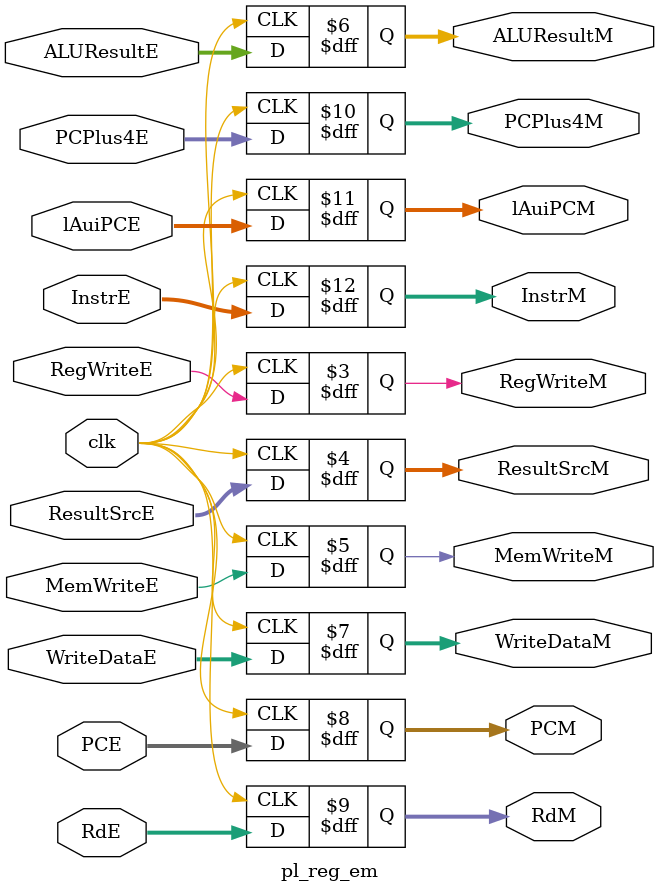
<source format=v>


module pl_reg_em (
    input             clk,
    input             RegWriteE,
    input       [1:0] ResultSrcE,
    input             MemWriteE,
    input      [31:0] ALUResultE, WriteDataE, PCE,
    input       [4:0] RdE,
    input      [31:0] PCPlus4E, lAuiPCE, InstrE,
    output reg        RegWriteM,
    output reg  [1:0] ResultSrcM,
    output reg        MemWriteM,
    output reg [31:0] ALUResultM, WriteDataM, PCM,
    output reg  [4:0] RdM,
    output reg [31:0] PCPlus4M, lAuiPCM, InstrM
);

initial begin
    RegWriteM = 0; ResultSrcM = 0; MemWriteM = 0;
    ALUResultM = 0; WriteDataM = 0; RdM = 0;
    PCPlus4M = 0; PCM = 0; lAuiPCM = 0; InstrM = 0;
end

always @(posedge clk) begin
    RegWriteM <= RegWriteE; ResultSrcM <= ResultSrcE; MemWriteM <= MemWriteE;
    ALUResultM <= ALUResultE; WriteDataM <= WriteDataE; RdM <= RdE;
    PCPlus4M <= PCPlus4E; PCM <= PCE; lAuiPCM <= lAuiPCE; InstrM <= InstrE;
end

endmodule
</source>
